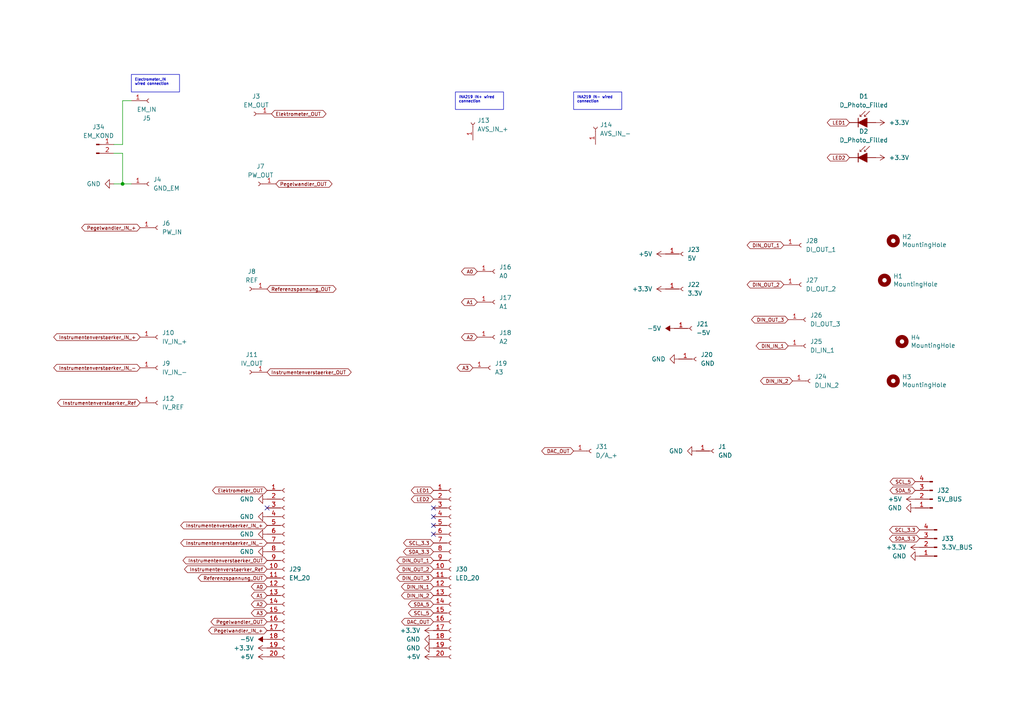
<source format=kicad_sch>
(kicad_sch (version 20250114) (generator "eeschema") (generator_version "9.0")
  (paper "A4")
  (lib_symbols
    (symbol "Connector:Conn_01x01_Socket" (pin_names (offset 1.016) (hide yes))
      (property "Reference" "J" (at 0 2.54 0))
      (property "Value" "Conn_01x01_Socket" (at 0 -2.54 0))
      (symbol "Conn_01x01_Socket_1_1"
        (polyline (pts (xy -1.27 0) (xy -0.508 0)) (stroke (width 0.1524)))
        (arc (start 0 -0.508) (mid -0.5058 0) (end 0 0.508) (stroke (width 0.1524)))
        (pin passive line (at -5.08 0 0) (length 3.81) (name "Pin_1") (number "1"))
      )
    )
    (symbol "Connector:Conn_01x02_Pin" (pin_names (offset 1.016) (hide yes))
      (property "Reference" "J" (at 0 2.54 0))
      (property "Value" "Conn_01x02_Pin" (at 0 -5.08 0))
      (symbol "Conn_01x02_Pin_1_1"
        (rectangle (start 0.8636 0.127) (end 0 -0.127) (stroke (width 0.1524)) (fill (type outline)))
        (rectangle (start 0.8636 -2.413) (end 0 -2.667) (stroke (width 0.1524)) (fill (type outline)))
        (polyline (pts (xy 1.27 0) (xy 0.8636 0)) (stroke (width 0.1524)))
        (polyline (pts (xy 1.27 -2.54) (xy 0.8636 -2.54)) (stroke (width 0.1524)))
        (pin passive line (at 5.08 0 180) (length 3.81) (name "Pin_1") (number "1"))
        (pin passive line (at 5.08 -2.54 180) (length 3.81) (name "Pin_2") (number "2"))
      )
    )
    (symbol "Connector:Conn_01x04_Pin" (pin_names (offset 1.016) (hide yes))
      (property "Reference" "J" (at 0 5.08 0))
      (property "Value" "Conn_01x04_Pin" (at 0 -7.62 0))
      (symbol "Conn_01x04_Pin_1_1"
        (rectangle (start 0.8636 2.667) (end 0 2.413) (stroke (width 0.1524)) (fill (type outline)))
        (rectangle (start 0.8636 0.127) (end 0 -0.127) (stroke (width 0.1524)) (fill (type outline)))
        (rectangle (start 0.8636 -2.413) (end 0 -2.667) (stroke (width 0.1524)) (fill (type outline)))
        (rectangle (start 0.8636 -4.953) (end 0 -5.207) (stroke (width 0.1524)) (fill (type outline)))
        (polyline (pts (xy 1.27 2.54) (xy 0.8636 2.54)) (stroke (width 0.1524)))
        (polyline (pts (xy 1.27 0) (xy 0.8636 0)) (stroke (width 0.1524)))
        (polyline (pts (xy 1.27 -2.54) (xy 0.8636 -2.54)) (stroke (width 0.1524)))
        (polyline (pts (xy 1.27 -5.08) (xy 0.8636 -5.08)) (stroke (width 0.1524)))
        (pin passive line (at 5.08 2.54 180) (length 3.81) (name "Pin_1") (number "1"))
        (pin passive line (at 5.08 0 180) (length 3.81) (name "Pin_2") (number "2"))
        (pin passive line (at 5.08 -2.54 180) (length 3.81) (name "Pin_3") (number "3"))
        (pin passive line (at 5.08 -5.08 180) (length 3.81) (name "Pin_4") (number "4"))
      )
    )
    (symbol "Connector:Conn_01x20_Socket" (pin_names (offset 1.016) (hide yes))
      (property "Reference" "J" (at 0 25.4 0))
      (property "Value" "Conn_01x20_Socket" (at 0 -27.94 0))
      (symbol "Conn_01x20_Socket_1_1"
        (polyline (pts (xy -1.27 22.86) (xy -0.508 22.86)) (stroke (width 0.1524)))
        (polyline (pts (xy -1.27 20.32) (xy -0.508 20.32)) (stroke (width 0.1524)))
        (polyline (pts (xy -1.27 17.78) (xy -0.508 17.78)) (stroke (width 0.1524)))
        (polyline (pts (xy -1.27 15.24) (xy -0.508 15.24)) (stroke (width 0.1524)))
        (polyline (pts (xy -1.27 12.7) (xy -0.508 12.7)) (stroke (width 0.1524)))
        (polyline (pts (xy -1.27 10.16) (xy -0.508 10.16)) (stroke (width 0.1524)))
        (polyline (pts (xy -1.27 7.62) (xy -0.508 7.62)) (stroke (width 0.1524)))
        (polyline (pts (xy -1.27 5.08) (xy -0.508 5.08)) (stroke (width 0.1524)))
        (polyline (pts (xy -1.27 2.54) (xy -0.508 2.54)) (stroke (width 0.1524)))
        (polyline (pts (xy -1.27 0) (xy -0.508 0)) (stroke (width 0.1524)))
        (polyline (pts (xy -1.27 -2.54) (xy -0.508 -2.54)) (stroke (width 0.1524)))
        (polyline (pts (xy -1.27 -5.08) (xy -0.508 -5.08)) (stroke (width 0.1524)))
        (polyline (pts (xy -1.27 -7.62) (xy -0.508 -7.62)) (stroke (width 0.1524)))
        (polyline (pts (xy -1.27 -10.16) (xy -0.508 -10.16)) (stroke (width 0.1524)))
        (polyline (pts (xy -1.27 -12.7) (xy -0.508 -12.7)) (stroke (width 0.1524)))
        (polyline (pts (xy -1.27 -15.24) (xy -0.508 -15.24)) (stroke (width 0.1524)))
        (polyline (pts (xy -1.27 -17.78) (xy -0.508 -17.78)) (stroke (width 0.1524)))
        (polyline (pts (xy -1.27 -20.32) (xy -0.508 -20.32)) (stroke (width 0.1524)))
        (polyline (pts (xy -1.27 -22.86) (xy -0.508 -22.86)) (stroke (width 0.1524)))
        (polyline (pts (xy -1.27 -25.4) (xy -0.508 -25.4)) (stroke (width 0.1524)))
        (arc (start 0 22.352) (mid -0.5058 22.86) (end 0 23.368) (stroke (width 0.1524)))
        (arc (start 0 19.812) (mid -0.5058 20.32) (end 0 20.828) (stroke (width 0.1524)))
        (arc (start 0 17.272) (mid -0.5058 17.78) (end 0 18.288) (stroke (width 0.1524)))
        (arc (start 0 14.732) (mid -0.5058 15.24) (end 0 15.748) (stroke (width 0.1524)))
        (arc (start 0 12.192) (mid -0.5058 12.7) (end 0 13.208) (stroke (width 0.1524)))
        (arc (start 0 9.652) (mid -0.5058 10.16) (end 0 10.668) (stroke (width 0.1524)))
        (arc (start 0 7.112) (mid -0.5058 7.62) (end 0 8.128) (stroke (width 0.1524)))
        (arc (start 0 4.572) (mid -0.5058 5.08) (end 0 5.588) (stroke (width 0.1524)))
        (arc (start 0 2.032) (mid -0.5058 2.54) (end 0 3.048) (stroke (width 0.1524)))
        (arc (start 0 -0.508) (mid -0.5058 0) (end 0 0.508) (stroke (width 0.1524)))
        (arc (start 0 -3.048) (mid -0.5058 -2.54) (end 0 -2.032) (stroke (width 0.1524)))
        (arc (start 0 -5.588) (mid -0.5058 -5.08) (end 0 -4.572) (stroke (width 0.1524)))
        (arc (start 0 -8.128) (mid -0.5058 -7.62) (end 0 -7.112) (stroke (width 0.1524)))
        (arc (start 0 -10.668) (mid -0.5058 -10.16) (end 0 -9.652) (stroke (width 0.1524)))
        (arc (start 0 -13.208) (mid -0.5058 -12.7) (end 0 -12.192) (stroke (width 0.1524)))
        (arc (start 0 -15.748) (mid -0.5058 -15.24) (end 0 -14.732) (stroke (width 0.1524)))
        (arc (start 0 -18.288) (mid -0.5058 -17.78) (end 0 -17.272) (stroke (width 0.1524)))
        (arc (start 0 -20.828) (mid -0.5058 -20.32) (end 0 -19.812) (stroke (width 0.1524)))
        (arc (start 0 -23.368) (mid -0.5058 -22.86) (end 0 -22.352) (stroke (width 0.1524)))
        (arc (start 0 -25.908) (mid -0.5058 -25.4) (end 0 -24.892) (stroke (width 0.1524)))
        (pin passive line (at -5.08 22.86 0) (length 3.81) (name "Pin_1") (number "1"))
        (pin passive line (at -5.08 20.32 0) (length 3.81) (name "Pin_2") (number "2"))
        (pin passive line (at -5.08 17.78 0) (length 3.81) (name "Pin_3") (number "3"))
        (pin passive line (at -5.08 15.24 0) (length 3.81) (name "Pin_4") (number "4"))
        (pin passive line (at -5.08 12.7 0) (length 3.81) (name "Pin_5") (number "5"))
        (pin passive line (at -5.08 10.16 0) (length 3.81) (name "Pin_6") (number "6"))
        (pin passive line (at -5.08 7.62 0) (length 3.81) (name "Pin_7") (number "7"))
        (pin passive line (at -5.08 5.08 0) (length 3.81) (name "Pin_8") (number "8"))
        (pin passive line (at -5.08 2.54 0) (length 3.81) (name "Pin_9") (number "9"))
        (pin passive line (at -5.08 0 0) (length 3.81) (name "Pin_10") (number "10"))
        (pin passive line (at -5.08 -2.54 0) (length 3.81) (name "Pin_11") (number "11"))
        (pin passive line (at -5.08 -5.08 0) (length 3.81) (name "Pin_12") (number "12"))
        (pin passive line (at -5.08 -7.62 0) (length 3.81) (name "Pin_13") (number "13"))
        (pin passive line (at -5.08 -10.16 0) (length 3.81) (name "Pin_14") (number "14"))
        (pin passive line (at -5.08 -12.7 0) (length 3.81) (name "Pin_15") (number "15"))
        (pin passive line (at -5.08 -15.24 0) (length 3.81) (name "Pin_16") (number "16"))
        (pin passive line (at -5.08 -17.78 0) (length 3.81) (name "Pin_17") (number "17"))
        (pin passive line (at -5.08 -20.32 0) (length 3.81) (name "Pin_18") (number "18"))
        (pin passive line (at -5.08 -22.86 0) (length 3.81) (name "Pin_19") (number "19"))
        (pin passive line (at -5.08 -25.4 0) (length 3.81) (name "Pin_20") (number "20"))
      )
    )
    (symbol "Device:D_Photo_Filled" (pin_numbers (hide yes)) (pin_names (hide yes))
      (property "Reference" "D" (at 0.508 1.778 0))
      (property "Value" "D_Photo_Filled" (at -1.016 -2.794 0))
      (symbol "D_Photo_Filled_0_1"
        (polyline (pts (xy -2.54 1.27) (xy -2.54 -1.27)) (stroke (width 0.254)))
        (polyline (pts (xy -2.032 1.778) (xy -1.524 1.778)))
        (polyline (pts (xy -0.508 3.302) (xy -2.032 1.778) (xy -2.032 2.286)))
        (polyline (pts (xy 0 0) (xy -2.54 0)))
        (polyline (pts (xy 0 -1.27) (xy 0 1.27) (xy -2.54 0) (xy 0 -1.27)) (stroke (width 0.254)) (fill (type outline)))
        (polyline (pts (xy 0.762 3.302) (xy -0.762 1.778) (xy -0.762 2.286) (xy -0.762 1.778) (xy -0.254 1.778)))
      )
      (symbol "D_Photo_Filled_1_1"
        (pin passive line (at -5.08 0 0) (length 2.54) (name "K") (number "1"))
        (pin passive line (at 2.54 0 180) (length 2.54) (name "A") (number "2"))
      )
    )
    (symbol "Mechanical:MountingHole" (pin_names (offset 1.016))
      (property "Reference" "H" (at 0 5.08 0))
      (property "Value" "MountingHole" (at 0 3.175 0))
      (symbol "MountingHole_0_1"
        (circle (center 0 0) (radius 1.27) (stroke (width 1.27)))
      )
    )
    (symbol "power:+3.3V" (power) (pin_names (offset 0))
      (property "Value" "+3.3V" (at 0 3.556 0))
      (symbol "+3.3V_0_1"
        (polyline (pts (xy -0.762 1.27) (xy 0 2.54)))
        (polyline (pts (xy 0 2.54) (xy 0.762 1.27)))
        (polyline (pts (xy 0 0) (xy 0 2.54)))
      )
      (symbol "+3.3V_1_1"
        (pin power_in line (at 0 0 90) (length 0) (hide yes) (name "+3.3V") (number "1"))
      )
    )
    (symbol "power:+5V" (power) (pin_names (offset 0))
      (property "Value" "+5V" (at 0 3.556 0))
      (symbol "+5V_0_1"
        (polyline (pts (xy -0.762 1.27) (xy 0 2.54)))
        (polyline (pts (xy 0 2.54) (xy 0.762 1.27)))
        (polyline (pts (xy 0 0) (xy 0 2.54)))
      )
      (symbol "+5V_1_1"
        (pin power_in line (at 0 0 90) (length 0) (hide yes) (name "+5V") (number "1"))
      )
    )
    (symbol "power:-5V" (power) (pin_names (offset 0))
      (property "Value" "-5V" (at 0 3.81 0))
      (symbol "-5V_0_0"
        (pin power_in line (at 0 0 90) (length 0) (hide yes) (name "-5V") (number "1"))
      )
      (symbol "-5V_0_1"
        (polyline (pts (xy 0 0) (xy 0 1.27) (xy 0.762 1.27) (xy 0 2.54) (xy -0.762 1.27) (xy 0 1.27)) (fill (type outline)))
      )
    )
    (symbol "power:GND" (power) (pin_names (offset 0))
      (property "Value" "GND" (at 0 -3.81 0))
      (symbol "GND_0_1"
        (polyline (pts (xy 0 0) (xy 0 -1.27) (xy 1.27 -1.27) (xy 0 -2.54) (xy -1.27 -1.27) (xy 0 -1.27)))
      )
      (symbol "GND_1_1"
        (pin power_in line (at 0 0 270) (length 0) (hide yes) (name "GND") (number "1"))
      )
    )
  )
  (text_box "INA219 IN+ wired connection\n" (at 132.08 26.67 0) (size 13.97 5.08) (margins 0.9525 0.9525 0.9525 0.9525) (effects (font (size 0.762 0.762)) (justify left top)))
  (text_box "Electrometer_IN wired connection\n" (at 38.1 21.59 0) (size 13.97 5.08) (margins 0.9525 0.9525 0.9525 0.9525) (effects (font (size 0.762 0.762)) (justify left top)))
  (text_box "INA219 IN- wired connection\n" (at 166.37 26.67 0) (size 13.97 5.08) (margins 0.9525 0.9525 0.9525 0.9525) (effects (font (size 0.762 0.762)) (justify left top)))
  (junction (at 35.56 53.34))
  (no_connect (at 125.73 154.94))
  (no_connect (at 77.47 147.32))
  (no_connect (at 125.73 147.32))
  (no_connect (at 125.73 149.86))
  (no_connect (at 125.73 152.4))
  (wire (pts (xy 33.02 44.45) (xy 35.56 44.45)))
  (wire (pts (xy 35.56 29.21) (xy 35.56 41.91)))
  (wire (pts (xy 33.02 53.34) (xy 35.56 53.34)))
  (wire (pts (xy 35.56 41.91) (xy 33.02 41.91)))
  (wire (pts (xy 35.56 44.45) (xy 35.56 53.34)))
  (wire (pts (xy 35.56 53.34) (xy 38.1 53.34)))
  (wire (pts (xy 38.1 29.21) (xy 35.56 29.21)))
  (global_label "DIN_OUT_2" (shape bidirectional) (at 227.33 82.55 180) (effects (font (size 1 1))) (property "Intersheetrefs" "${INTERSHEET_REFS}" (effects (hide yes))))
  (global_label "A1" (shape bidirectional) (at 77.47 172.72 180) (effects (font (size 1 1))) (property "Intersheetrefs" "${INTERSHEET_REFS}" (effects (hide yes))))
  (global_label "Instrumentenverstaerker_Ref" (shape bidirectional) (at 77.47 165.1 180) (effects (font (size 1 1))) (property "Intersheetrefs" "${INTERSHEET_REFS}" (effects (hide yes))))
  (global_label "DIN_IN_2" (shape bidirectional) (at 125.73 172.72 180) (effects (font (size 1 1))) (property "Intersheetrefs" "${INTERSHEET_REFS}" (effects (hide yes))))
  (global_label "Instrumentenverstaerker_IN_-" (shape bidirectional) (at 77.47 157.48 180) (effects (font (size 1 1))) (property "Intersheetrefs" "${INTERSHEET_REFS}" (effects (hide yes))))
  (global_label "Instrumentenverstaerker_OUT" (shape bidirectional) (at 77.47 162.56 180) (effects (font (size 1 1))) (property "Intersheetrefs" "${INTERSHEET_REFS}" (effects (hide yes))))
  (global_label "DIN_IN_1" (shape bidirectional) (at 228.6 100.33 180) (effects (font (size 1 1))) (property "Intersheetrefs" "${INTERSHEET_REFS}" (effects (hide yes))))
  (global_label "Pegelwandler_OUT" (shape bidirectional) (at 77.47 180.34 180) (effects (font (size 1 1))) (property "Intersheetrefs" "${INTERSHEET_REFS}" (effects (hide yes))))
  (global_label "LED1" (shape bidirectional) (at 246.38 35.56 180) (effects (font (size 1 1))) (property "Intersheetrefs" "${INTERSHEET_REFS}" (effects (hide yes))))
  (global_label "DIN_IN_2" (shape bidirectional) (at 229.87 110.49 180) (effects (font (size 1 1))) (property "Intersheetrefs" "${INTERSHEET_REFS}" (effects (hide yes))))
  (global_label "Instrumentenverstaerker_IN_+" (shape bidirectional) (at 77.47 152.4 180) (effects (font (size 1 1))) (property "Intersheetrefs" "${INTERSHEET_REFS}" (effects (hide yes))))
  (global_label "LED1" (shape bidirectional) (at 125.73 142.24 180) (effects (font (size 1 1))) (property "Intersheetrefs" "${INTERSHEET_REFS}" (effects (hide yes))))
  (global_label "LED2" (shape bidirectional) (at 246.38 45.72 180) (effects (font (size 1 1))) (property "Intersheetrefs" "${INTERSHEET_REFS}" (effects (hide yes))))
  (global_label "A2" (shape bidirectional) (at 77.47 175.26 180) (effects (font (size 1 1))) (property "Intersheetrefs" "${INTERSHEET_REFS}" (effects (hide yes))))
  (global_label "DAC_OUT" (shape bidirectional) (at 166.37 130.81 180) (effects (font (size 1 1))) (property "Intersheetrefs" "${INTERSHEET_REFS}" (effects (hide yes))))
  (global_label "SDA_5" (shape bidirectional) (at 265.43 142.24 180) (effects (font (size 1 1))) (property "Intersheetrefs" "${INTERSHEET_REFS}" (effects (hide yes))))
  (global_label "Referenzspannung_OUT" (shape bidirectional) (at 77.47 167.64 180) (effects (font (size 1 1))) (property "Intersheetrefs" "${INTERSHEET_REFS}" (effects (hide yes))))
  (global_label "Pegelwandler_OUT" (shape bidirectional) (at 80.01 53.34 0) (effects (font (size 1 1))) (property "Intersheetrefs" "${INTERSHEET_REFS}" (effects (hide yes))))
  (global_label "DIN_OUT_1" (shape bidirectional) (at 125.73 162.56 180) (effects (font (size 1 1))) (property "Intersheetrefs" "${INTERSHEET_REFS}" (effects (hide yes))))
  (global_label "SCL_5" (shape bidirectional) (at 265.43 139.7 180) (effects (font (size 1 1))) (property "Intersheetrefs" "${INTERSHEET_REFS}" (effects (hide yes))))
  (global_label "Instrumentenverstaerker_IN_+" (shape bidirectional) (at 40.64 97.79 180) (effects (font (size 1 1))) (property "Intersheetrefs" "${INTERSHEET_REFS}" (effects (hide yes))))
  (global_label "SDA_5" (shape bidirectional) (at 125.73 175.26 180) (effects (font (size 1 1))) (property "Intersheetrefs" "${INTERSHEET_REFS}" (effects (hide yes))))
  (global_label "A1" (shape bidirectional) (at 138.43 87.63 180) (effects (font (size 1 1))) (property "Intersheetrefs" "${INTERSHEET_REFS}" (effects (hide yes))))
  (global_label "LED2" (shape bidirectional) (at 125.73 144.78 180) (effects (font (size 1 1))) (property "Intersheetrefs" "${INTERSHEET_REFS}" (effects (hide yes))))
  (global_label "Pegelwandler_IN_+" (shape bidirectional) (at 40.64 66.04 180) (effects (font (size 1 1))) (property "Intersheetrefs" "${INTERSHEET_REFS}" (effects (hide yes))))
  (global_label "A2" (shape bidirectional) (at 138.43 97.79 180) (effects (font (size 1 1))) (property "Intersheetrefs" "${INTERSHEET_REFS}" (effects (hide yes))))
  (global_label "A0" (shape bidirectional) (at 138.43 78.74 180) (effects (font (size 1 1))) (property "Intersheetrefs" "${INTERSHEET_REFS}" (effects (hide yes))))
  (global_label "DIN_OUT_2" (shape bidirectional) (at 125.73 165.1 180) (effects (font (size 1 1))) (property "Intersheetrefs" "${INTERSHEET_REFS}" (effects (hide yes))))
  (global_label "Instrumentenverstaerker_OUT" (shape bidirectional) (at 77.47 107.95 0) (effects (font (size 1 1))) (property "Intersheetrefs" "${INTERSHEET_REFS}" (effects (hide yes))))
  (global_label "A0" (shape bidirectional) (at 77.47 170.18 180) (effects (font (size 1 1))) (property "Intersheetrefs" "${INTERSHEET_REFS}" (effects (hide yes))))
  (global_label "Instrumentenverstaerker_Ref" (shape bidirectional) (at 40.64 116.84 180) (effects (font (size 1 1))) (property "Intersheetrefs" "${INTERSHEET_REFS}" (effects (hide yes))))
  (global_label "DIN_OUT_3" (shape bidirectional) (at 125.73 167.64 180) (effects (font (size 1 1))) (property "Intersheetrefs" "${INTERSHEET_REFS}" (effects (hide yes))))
  (global_label "Elektrometer_OUT" (shape bidirectional) (at 78.74 33.02 0) (effects (font (size 1 1))) (property "Intersheetrefs" "${INTERSHEET_REFS}" (effects (hide yes))))
  (global_label "SDA_3.3" (shape bidirectional) (at 266.7 156.21 180) (effects (font (size 1 1))) (property "Intersheetrefs" "${INTERSHEET_REFS}" (effects (hide yes))))
  (global_label "Pegelwandler_IN_+" (shape bidirectional) (at 77.47 182.88 180) (effects (font (size 1 1))) (property "Intersheetrefs" "${INTERSHEET_REFS}" (effects (hide yes))))
  (global_label "Instrumentenverstaerker_IN_-" (shape bidirectional) (at 40.64 106.68 180) (effects (font (size 1 1))) (property "Intersheetrefs" "${INTERSHEET_REFS}" (effects (hide yes))))
  (global_label "DIN_IN_1" (shape bidirectional) (at 125.73 170.18 180) (effects (font (size 1 1))) (property "Intersheetrefs" "${INTERSHEET_REFS}" (effects (hide yes))))
  (global_label "DIN_OUT_3" (shape bidirectional) (at 228.6 92.71 180) (effects (font (size 1 1))) (property "Intersheetrefs" "${INTERSHEET_REFS}" (effects (hide yes))))
  (global_label "SCL_3.3" (shape bidirectional) (at 125.73 157.48 180) (effects (font (size 1 1))) (property "Intersheetrefs" "${INTERSHEET_REFS}" (effects (hide yes))))
  (global_label "SCL_5" (shape bidirectional) (at 125.73 177.8 180) (effects (font (size 1 1))) (property "Intersheetrefs" "${INTERSHEET_REFS}" (effects (hide yes))))
  (global_label "SCL_3.3" (shape bidirectional) (at 266.7 153.67 180) (effects (font (size 1 1))) (property "Intersheetrefs" "${INTERSHEET_REFS}" (effects (hide yes))))
  (global_label "DAC_OUT" (shape bidirectional) (at 125.73 180.34 180) (effects (font (size 1 1))) (property "Intersheetrefs" "${INTERSHEET_REFS}" (effects (hide yes))))
  (global_label "Referenzspannung_OUT" (shape bidirectional) (at 77.47 83.82 0) (effects (font (size 1 1))) (property "Intersheetrefs" "${INTERSHEET_REFS}" (effects (hide yes))))
  (global_label "SDA_3.3" (shape bidirectional) (at 125.73 160.02 180) (effects (font (size 1 1))) (property "Intersheetrefs" "${INTERSHEET_REFS}" (effects (hide yes))))
  (global_label "Elektrometer_OUT" (shape bidirectional) (at 77.47 142.24 180) (effects (font (size 1 1))) (property "Intersheetrefs" "${INTERSHEET_REFS}" (effects (hide yes))))
  (global_label "A3" (shape bidirectional) (at 77.47 177.8 180) (effects (font (size 1 1))) (property "Intersheetrefs" "${INTERSHEET_REFS}" (effects (hide yes))))
  (global_label "A3" (shape bidirectional) (at 137.16 106.68 180) (effects (font (size 1 1))) (property "Intersheetrefs" "${INTERSHEET_REFS}" (effects (hide yes))))
  (global_label "DIN_OUT_1" (shape bidirectional) (at 227.33 71.12 180) (effects (font (size 1 1))) (property "Intersheetrefs" "${INTERSHEET_REFS}" (effects (hide yes))))
  (symbol (lib_id "Connector:Conn_01x01_Socket") (at 200.66 95.25 0) (unit 1)
    (property "Reference" "J21" (at 201.93 93.98 0) (effects (justify left)))
    (property "Value" "-5V" (at 201.93 96.52 0) (effects (justify left)))
    (property "Footprint" "Library_Frontplatine:MBU_1" (effects (hide yes)))
  )
  (symbol (lib_id "Connector:Conn_01x01_Socket") (at 72.39 107.95 180) (unit 1)
    (property "Reference" "J11" (at 73.025 102.87 0))
    (property "Value" "IV_OUT" (at 73.025 105.41 0))
    (property "Footprint" "Library_Frontplatine:MBU_1" (effects (hide yes)))
  )
  (symbol (lib_id "Connector:Conn_01x01_Socket") (at 143.51 97.79 0) (unit 1)
    (property "Reference" "J18" (at 144.78 96.52 0) (effects (justify left)))
    (property "Value" "A2" (at 144.78 99.06 0) (effects (justify left)))
    (property "Footprint" "Library_Frontplatine:MBU_1" (effects (hide yes)))
  )
  (symbol (lib_id "Connector:Conn_01x01_Socket") (at 143.51 87.63 0) (unit 1)
    (property "Reference" "J17" (at 144.78 86.36 0) (effects (justify left)))
    (property "Value" "A1" (at 144.78 88.9 0) (effects (justify left)))
    (property "Footprint" "Library_Frontplatine:MBU_1" (effects (hide yes)))
  )
  (symbol (lib_id "power:GND") (at 265.43 147.32 270) (unit 1)
    (property "Reference" "#PWR010" (effects (hide yes)))
    (property "Value" "GND" (at 261.62 147.32 90) (effects (justify right)))
  )
  (symbol (lib_id "Connector:Conn_01x01_Socket") (at 198.12 83.82 0) (unit 1)
    (property "Reference" "J22" (at 199.39 82.55 0) (effects (justify left)))
    (property "Value" "3.3V" (at 199.39 85.09 0) (effects (justify left)))
    (property "Footprint" "Library_Frontplatine:MBU_1" (effects (hide yes)))
  )
  (symbol (lib_id "power:+5V") (at 265.43 144.78 90) (unit 1)
    (property "Reference" "#PWR09" (effects (hide yes)))
    (property "Value" "+5V" (at 261.62 144.78 90) (effects (justify left)))
  )
  (symbol (lib_id "power:GND") (at 125.73 187.96 270) (unit 1)
    (property "Reference" "#PWR022" (effects (hide yes)))
    (property "Value" "GND" (at 121.92 187.96 90) (effects (justify right)))
  )
  (symbol (lib_id "Mechanical:MountingHole") (at 256.54 81.28 0) (unit 1)
    (property "Reference" "H1" (at 259.08 80.1116 0) (effects (justify left)))
    (property "Value" "MountingHole" (at 259.08 82.423 0) (effects (justify left)))
    (property "Footprint" "MountingHole:MountingHole_3.2mm_M3" (effects (hide yes)))
  )
  (symbol (lib_id "power:+3.3V") (at 254 45.72 270) (unit 1)
    (property "Reference" "#PWR08" (effects (hide yes)))
    (property "Value" "+3.3V" (at 257.81 45.72 90) (effects (justify left)))
  )
  (symbol (lib_id "Connector:Conn_01x01_Socket") (at 45.72 106.68 0) (unit 1)
    (property "Reference" "J9" (at 46.99 105.41 0) (effects (justify left)))
    (property "Value" "IV_IN_-" (at 46.99 107.95 0) (effects (justify left)))
    (property "Footprint" "Library_Frontplatine:MBU_1" (effects (hide yes)))
  )
  (symbol (lib_id "Connector:Conn_01x01_Socket") (at 43.18 29.21 0) (unit 1)
    (property "Reference" "J5" (at 42.545 34.29 0))
    (property "Value" "EM_IN" (at 42.545 31.75 0))
    (property "Footprint" "Library_Frontplatine:MBU_1" (effects (hide yes)))
  )
  (symbol (lib_id "Connector:Conn_01x01_Socket") (at 207.01 130.81 0) (unit 1)
    (property "Reference" "J1" (at 208.28 129.54 0) (effects (justify left)))
    (property "Value" "GND" (at 208.28 132.08 0) (effects (justify left)))
    (property "Footprint" "Library_Frontplatine:MBU_1" (effects (hide yes)))
  )
  (symbol (lib_id "Connector:Conn_01x01_Socket") (at 171.45 130.81 0) (unit 1)
    (property "Reference" "J31" (at 172.72 129.54 0) (effects (justify left)))
    (property "Value" "D/A_+" (at 172.72 132.08 0) (effects (justify left)))
    (property "Footprint" "Library_Frontplatine:MBU_1" (effects (hide yes)))
  )
  (symbol (lib_id "power:+3.3V") (at 254 35.56 270) (unit 1)
    (property "Reference" "#PWR07" (effects (hide yes)))
    (property "Value" "+3.3V" (at 257.81 35.56 90) (effects (justify left)))
  )
  (symbol (lib_id "Connector:Conn_01x01_Socket") (at 201.93 104.14 0) (unit 1)
    (property "Reference" "J20" (at 203.2 102.87 0) (effects (justify left)))
    (property "Value" "GND" (at 203.2 105.41 0) (effects (justify left)))
    (property "Footprint" "Library_Frontplatine:MBU_1" (effects (hide yes)))
  )
  (symbol (lib_id "power:GND") (at 266.7 161.29 270) (unit 1)
    (property "Reference" "#PWR025" (effects (hide yes)))
    (property "Value" "GND" (at 262.89 161.29 90) (effects (justify right)))
  )
  (symbol (lib_id "Mechanical:MountingHole") (at 261.62 99.06 0) (unit 1)
    (property "Reference" "H4" (at 264.16 97.8916 0) (effects (justify left)))
    (property "Value" "MountingHole" (at 264.16 100.203 0) (effects (justify left)))
    (property "Footprint" "MountingHole:MountingHole_3.2mm_M3" (effects (hide yes)))
  )
  (symbol (lib_id "Device:D_Photo_Filled") (at 251.46 45.72 0) (unit 1)
    (property "Reference" "D2" (at 250.5075 38.1 0))
    (property "Value" "D_Photo_Filled" (at 250.5075 40.64 0))
    (property "Footprint" "LED_THT:LED_D5.0mm_FlatTop" (effects (hide yes)))
  )
  (symbol (lib_id "Connector:Conn_01x01_Socket") (at 172.72 36.83 90) (unit 1)
    (property "Reference" "J14" (at 173.99 36.195 90) (effects (justify right)))
    (property "Value" "AVS_IN_-" (at 173.99 38.735 90) (effects (justify right)))
    (property "Footprint" "Library_Frontplatine:MBU_1" (effects (hide yes)))
  )
  (symbol (lib_id "Connector:Conn_01x20_Socket") (at 82.55 165.1 0) (unit 1)
    (property "Reference" "J29" (at 83.82 165.1 0) (effects (justify left)))
    (property "Value" "EM_20" (at 83.82 167.64 0) (effects (justify left)))
    (property "Footprint" "Connector_PinHeader_2.54mm:PinHeader_1x20_P2.54mm_Vertical_SMD_Pin1Left" (effects (hide yes)))
  )
  (symbol (lib_id "power:+3.3V") (at 125.73 182.88 90) (unit 1)
    (property "Reference" "#PWR020" (effects (hide yes)))
    (property "Value" "+3.3V" (at 121.92 182.88 90) (effects (justify left)))
  )
  (symbol (lib_id "power:+3.3V") (at 266.7 158.75 90) (unit 1)
    (property "Reference" "#PWR024" (effects (hide yes)))
    (property "Value" "+3.3V" (at 262.89 158.75 90) (effects (justify left)))
  )
  (symbol (lib_id "power:GND") (at 201.93 130.81 270) (unit 1)
    (property "Reference" "#PWR05" (effects (hide yes)))
    (property "Value" "GND" (at 198.12 130.81 90) (effects (justify right)))
  )
  (symbol (lib_id "Connector:Conn_01x01_Socket") (at 233.68 92.71 0) (unit 1)
    (property "Reference" "J26" (at 234.95 91.44 0) (effects (justify left)))
    (property "Value" "DI_OUT_3" (at 234.95 93.98 0) (effects (justify left)))
    (property "Footprint" "Library_Frontplatine:MBU_1" (effects (hide yes)))
  )
  (symbol (lib_id "power:GND") (at 77.47 144.78 270) (unit 1)
    (property "Reference" "#PWR013" (effects (hide yes)))
    (property "Value" "GND" (at 73.66 144.78 90) (effects (justify right)))
  )
  (symbol (lib_id "power:-5V") (at 195.58 95.25 90) (unit 1)
    (property "Reference" "#PWR01" (effects (hide yes)))
    (property "Value" "-5V" (at 191.77 95.25 90) (effects (justify left)))
  )
  (symbol (lib_id "Connector:Conn_01x04_Pin") (at 270.51 144.78 180) (unit 1)
    (property "Reference" "J32" (at 271.78 142.24 0) (effects (justify right)))
    (property "Value" "5V_BUS" (at 271.78 144.78 0) (effects (justify right)))
    (property "Footprint" "Connector_PinSocket_2.00mm:PinSocket_1x04_P2.00mm_Vertical" (effects (hide yes)))
  )
  (symbol (lib_id "power:GND") (at 196.85 104.14 270) (unit 1)
    (property "Reference" "#PWR02" (effects (hide yes)))
    (property "Value" "GND" (at 193.04 104.14 90) (effects (justify right)))
  )
  (symbol (lib_id "power:GND") (at 77.47 154.94 270) (unit 1)
    (property "Reference" "#PWR015" (effects (hide yes)))
    (property "Value" "GND" (at 73.66 154.94 90) (effects (justify right)))
  )
  (symbol (lib_id "Connector:Conn_01x01_Socket") (at 232.41 82.55 0) (unit 1)
    (property "Reference" "J27" (at 233.68 81.28 0) (effects (justify left)))
    (property "Value" "DI_OUT_2" (at 233.68 83.82 0) (effects (justify left)))
    (property "Footprint" "Library_Frontplatine:MBU_1" (effects (hide yes)))
  )
  (symbol (lib_id "Mechanical:MountingHole") (at 259.08 110.49 0) (unit 1)
    (property "Reference" "H3" (at 261.62 109.3216 0) (effects (justify left)))
    (property "Value" "MountingHole" (at 261.62 111.633 0) (effects (justify left)))
    (property "Footprint" "MountingHole:MountingHole_3.2mm_M3" (effects (hide yes)))
  )
  (symbol (lib_id "Connector:Conn_01x01_Socket") (at 45.72 97.79 0) (unit 1)
    (property "Reference" "J10" (at 46.99 96.52 0) (effects (justify left)))
    (property "Value" "IV_IN_+" (at 46.99 99.06 0) (effects (justify left)))
    (property "Footprint" "Library_Frontplatine:MBU_1" (effects (hide yes)))
  )
  (symbol (lib_id "Connector:Conn_01x01_Socket") (at 45.72 116.84 0) (unit 1)
    (property "Reference" "J12" (at 46.99 115.57 0) (effects (justify left)))
    (property "Value" "IV_REF" (at 46.99 118.11 0) (effects (justify left)))
    (property "Footprint" "Library_Frontplatine:MBU_1" (effects (hide yes)))
  )
  (symbol (lib_id "power:-5V") (at 77.47 185.42 90) (unit 1)
    (property "Reference" "#PWR017" (effects (hide yes)))
    (property "Value" "-5V" (at 73.66 185.42 90) (effects (justify left)))
  )
  (symbol (lib_id "Connector:Conn_01x01_Socket") (at 45.72 66.04 0) (unit 1)
    (property "Reference" "J6" (at 46.99 64.77 0) (effects (justify left)))
    (property "Value" "PW_IN" (at 46.99 67.31 0) (effects (justify left)))
    (property "Footprint" "Library_Frontplatine:MBU_1" (effects (hide yes)))
  )
  (symbol (lib_id "power:GND") (at 33.02 53.34 270) (unit 1)
    (property "Reference" "#PWR03" (effects (hide yes)))
    (property "Value" "GND" (at 29.21 53.34 90) (effects (justify right)))
  )
  (symbol (lib_id "Mechanical:MountingHole") (at 259.08 69.85 0) (unit 1)
    (property "Reference" "H2" (at 261.62 68.6816 0) (effects (justify left)))
    (property "Value" "MountingHole" (at 261.62 70.993 0) (effects (justify left)))
    (property "Footprint" "MountingHole:MountingHole_3.2mm_M3" (effects (hide yes)))
  )
  (symbol (lib_id "Connector:Conn_01x01_Socket") (at 143.51 78.74 0) (unit 1)
    (property "Reference" "J16" (at 144.78 77.47 0) (effects (justify left)))
    (property "Value" "A0" (at 144.78 80.01 0) (effects (justify left)))
    (property "Footprint" "Library_Frontplatine:MBU_1" (effects (hide yes)))
  )
  (symbol (lib_id "power:GND") (at 77.47 149.86 270) (unit 1)
    (property "Reference" "#PWR014" (effects (hide yes)))
    (property "Value" "GND" (at 73.66 149.86 90) (effects (justify right)))
  )
  (symbol (lib_id "Connector:Conn_01x01_Socket") (at 234.95 110.49 0) (unit 1)
    (property "Reference" "J24" (at 236.22 109.22 0) (effects (justify left)))
    (property "Value" "DI_IN_2" (at 236.22 111.76 0) (effects (justify left)))
    (property "Footprint" "Library_Frontplatine:MBU_1" (effects (hide yes)))
  )
  (symbol (lib_id "power:GND") (at 125.73 185.42 270) (unit 1)
    (property "Reference" "#PWR021" (effects (hide yes)))
    (property "Value" "GND" (at 121.92 185.42 90) (effects (justify right)))
  )
  (symbol (lib_id "power:+5V") (at 125.73 190.5 90) (unit 1)
    (property "Reference" "#PWR023" (effects (hide yes)))
    (property "Value" "+5V" (at 121.92 190.5 90) (effects (justify left)))
  )
  (symbol (lib_id "Connector:Conn_01x01_Socket") (at 72.39 83.82 180) (unit 1)
    (property "Reference" "J8" (at 73.025 78.74 0))
    (property "Value" "REF" (at 73.025 81.28 0))
    (property "Footprint" "Library_Frontplatine:MBU_1" (effects (hide yes)))
  )
  (symbol (lib_id "Connector:Conn_01x01_Socket") (at 233.68 100.33 0) (unit 1)
    (property "Reference" "J25" (at 234.95 99.06 0) (effects (justify left)))
    (property "Value" "DI_IN_1" (at 234.95 101.6 0) (effects (justify left)))
    (property "Footprint" "Library_Frontplatine:MBU_1" (effects (hide yes)))
  )
  (symbol (lib_id "power:+5V") (at 193.04 73.66 90) (unit 1)
    (property "Reference" "#PWR011" (effects (hide yes)))
    (property "Value" "+5V" (at 189.23 73.66 90) (effects (justify left)))
  )
  (symbol (lib_id "Connector:Conn_01x01_Socket") (at 232.41 71.12 0) (unit 1)
    (property "Reference" "J28" (at 233.68 69.85 0) (effects (justify left)))
    (property "Value" "DI_OUT_1" (at 233.68 72.39 0) (effects (justify left)))
    (property "Footprint" "Library_Frontplatine:MBU_1" (effects (hide yes)))
  )
  (symbol (lib_id "Connector:Conn_01x01_Socket") (at 137.16 35.56 90) (unit 1)
    (property "Reference" "J13" (at 138.43 34.925 90) (effects (justify right)))
    (property "Value" "AVS_IN_+" (at 138.43 37.465 90) (effects (justify right)))
    (property "Footprint" "Library_Frontplatine:MBU_1" (effects (hide yes)))
  )
  (symbol (lib_id "Connector:Conn_01x01_Socket") (at 73.66 33.02 180) (unit 1)
    (property "Reference" "J3" (at 74.295 27.94 0))
    (property "Value" "EM_OUT" (at 74.295 30.48 0))
    (property "Footprint" "Library_Frontplatine:MBU_1" (effects (hide yes)))
  )
  (symbol (lib_id "Connector:Conn_01x01_Socket") (at 198.12 73.66 0) (unit 1)
    (property "Reference" "J23" (at 199.39 72.39 0) (effects (justify left)))
    (property "Value" "5V" (at 199.39 74.93 0) (effects (justify left)))
    (property "Footprint" "Library_Frontplatine:MBU_1" (effects (hide yes)))
  )
  (symbol (lib_id "power:+3.3V") (at 77.47 187.96 90) (unit 1)
    (property "Reference" "#PWR018" (effects (hide yes)))
    (property "Value" "+3.3V" (at 73.66 187.96 90) (effects (justify left)))
  )
  (symbol (lib_id "Connector:Conn_01x20_Socket") (at 130.81 165.1 0) (unit 1)
    (property "Reference" "J30" (at 132.08 165.1 0) (effects (justify left)))
    (property "Value" "LED_20" (at 132.08 167.64 0) (effects (justify left)))
    (property "Footprint" "Connector_PinHeader_2.54mm:PinHeader_1x20_P2.54mm_Vertical_SMD_Pin1Left" (effects (hide yes)))
  )
  (symbol (lib_id "power:+5V") (at 77.47 190.5 90) (unit 1)
    (property "Reference" "#PWR019" (effects (hide yes)))
    (property "Value" "+5V" (at 73.66 190.5 90) (effects (justify left)))
  )
  (symbol (lib_id "Connector:Conn_01x04_Pin") (at 271.78 158.75 180) (unit 1)
    (property "Reference" "J33" (at 273.05 156.21 0) (effects (justify right)))
    (property "Value" "3.3V_BUS" (at 273.05 158.75 0) (effects (justify right)))
    (property "Footprint" "Connector_PinSocket_2.00mm:PinSocket_1x04_P2.00mm_Vertical" (effects (hide yes)))
  )
  (symbol (lib_id "Connector:Conn_01x02_Pin") (at 27.94 41.91 0) (unit 1)
    (property "Reference" "J34" (at 28.575 36.83 0))
    (property "Value" "EM_KOND" (at 28.575 39.37 0))
    (property "Footprint" "Connector_PinSocket_2.54mm:PinSocket_1x02_P2.54mm_Vertical" (effects (hide yes)))
  )
  (symbol (lib_id "Connector:Conn_01x01_Socket") (at 142.24 106.68 0) (unit 1)
    (property "Reference" "J19" (at 143.51 105.41 0) (effects (justify left)))
    (property "Value" "A3" (at 143.51 107.95 0) (effects (justify left)))
    (property "Footprint" "Library_Frontplatine:MBU_1" (effects (hide yes)))
  )
  (symbol (lib_id "Device:D_Photo_Filled") (at 251.46 35.56 0) (unit 1)
    (property "Reference" "D1" (at 250.5075 27.94 0))
    (property "Value" "D_Photo_Filled" (at 250.5075 30.48 0))
    (property "Footprint" "LED_THT:LED_D5.0mm_FlatTop" (effects (hide yes)))
  )
  (symbol (lib_id "power:GND") (at 77.47 160.02 270) (unit 1)
    (property "Reference" "#PWR016" (effects (hide yes)))
    (property "Value" "GND" (at 73.66 160.02 90) (effects (justify right)))
  )
  (symbol (lib_id "power:+3.3V") (at 193.04 83.82 90) (unit 1)
    (property "Reference" "#PWR012" (effects (hide yes)))
    (property "Value" "+3.3V" (at 189.23 83.82 90) (effects (justify left)))
  )
  (symbol (lib_id "Connector:Conn_01x01_Socket") (at 43.18 53.34 0) (unit 1)
    (property "Reference" "J4" (at 44.45 52.07 0) (effects (justify left)))
    (property "Value" "GND_EM" (at 44.45 54.61 0) (effects (justify left)))
    (property "Footprint" "Library_Frontplatine:MBU_1" (effects (hide yes)))
  )
  (symbol (lib_id "Connector:Conn_01x01_Socket") (at 74.93 53.34 180) (unit 1)
    (property "Reference" "J7" (at 75.565 48.26 0))
    (property "Value" "PW_OUT" (at 75.565 50.8 0))
    (property "Footprint" "Library_Frontplatine:MBU_1" (effects (hide yes)))
  )
)
</source>
